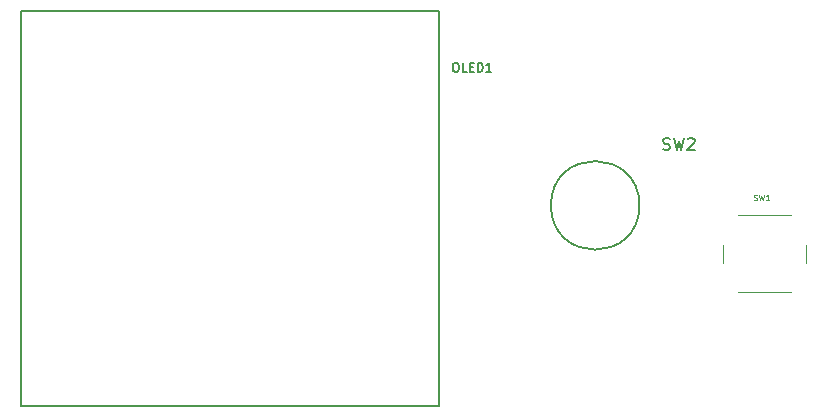
<source format=gbr>
%TF.GenerationSoftware,KiCad,Pcbnew,9.0.1*%
%TF.CreationDate,2025-04-18T19:30:08+12:00*%
%TF.ProjectId,Custom_V0_Display,43757374-6f6d-45f5-9630-5f446973706c,rev?*%
%TF.SameCoordinates,Original*%
%TF.FileFunction,Legend,Top*%
%TF.FilePolarity,Positive*%
%FSLAX46Y46*%
G04 Gerber Fmt 4.6, Leading zero omitted, Abs format (unit mm)*
G04 Created by KiCad (PCBNEW 9.0.1) date 2025-04-18 19:30:08*
%MOMM*%
%LPD*%
G01*
G04 APERTURE LIST*
%ADD10C,0.150000*%
%ADD11C,0.050000*%
%ADD12C,0.120000*%
G04 APERTURE END LIST*
D10*
X132553571Y-55089164D02*
X132696428Y-55089164D01*
X132696428Y-55089164D02*
X132767857Y-55124878D01*
X132767857Y-55124878D02*
X132839285Y-55196307D01*
X132839285Y-55196307D02*
X132875000Y-55339164D01*
X132875000Y-55339164D02*
X132875000Y-55589164D01*
X132875000Y-55589164D02*
X132839285Y-55732021D01*
X132839285Y-55732021D02*
X132767857Y-55803450D01*
X132767857Y-55803450D02*
X132696428Y-55839164D01*
X132696428Y-55839164D02*
X132553571Y-55839164D01*
X132553571Y-55839164D02*
X132482143Y-55803450D01*
X132482143Y-55803450D02*
X132410714Y-55732021D01*
X132410714Y-55732021D02*
X132375000Y-55589164D01*
X132375000Y-55589164D02*
X132375000Y-55339164D01*
X132375000Y-55339164D02*
X132410714Y-55196307D01*
X132410714Y-55196307D02*
X132482143Y-55124878D01*
X132482143Y-55124878D02*
X132553571Y-55089164D01*
X133553571Y-55839164D02*
X133196428Y-55839164D01*
X133196428Y-55839164D02*
X133196428Y-55089164D01*
X133803571Y-55446307D02*
X134053571Y-55446307D01*
X134160714Y-55839164D02*
X133803571Y-55839164D01*
X133803571Y-55839164D02*
X133803571Y-55089164D01*
X133803571Y-55089164D02*
X134160714Y-55089164D01*
X134482142Y-55839164D02*
X134482142Y-55089164D01*
X134482142Y-55089164D02*
X134660713Y-55089164D01*
X134660713Y-55089164D02*
X134767856Y-55124878D01*
X134767856Y-55124878D02*
X134839285Y-55196307D01*
X134839285Y-55196307D02*
X134874999Y-55267735D01*
X134874999Y-55267735D02*
X134910713Y-55410592D01*
X134910713Y-55410592D02*
X134910713Y-55517735D01*
X134910713Y-55517735D02*
X134874999Y-55660592D01*
X134874999Y-55660592D02*
X134839285Y-55732021D01*
X134839285Y-55732021D02*
X134767856Y-55803450D01*
X134767856Y-55803450D02*
X134660713Y-55839164D01*
X134660713Y-55839164D02*
X134482142Y-55839164D01*
X135624999Y-55839164D02*
X135196428Y-55839164D01*
X135410713Y-55839164D02*
X135410713Y-55089164D01*
X135410713Y-55089164D02*
X135339285Y-55196307D01*
X135339285Y-55196307D02*
X135267856Y-55267735D01*
X135267856Y-55267735D02*
X135196428Y-55303450D01*
D11*
X157833334Y-66704900D02*
X157904762Y-66728709D01*
X157904762Y-66728709D02*
X158023810Y-66728709D01*
X158023810Y-66728709D02*
X158071429Y-66704900D01*
X158071429Y-66704900D02*
X158095238Y-66681090D01*
X158095238Y-66681090D02*
X158119048Y-66633471D01*
X158119048Y-66633471D02*
X158119048Y-66585852D01*
X158119048Y-66585852D02*
X158095238Y-66538233D01*
X158095238Y-66538233D02*
X158071429Y-66514423D01*
X158071429Y-66514423D02*
X158023810Y-66490614D01*
X158023810Y-66490614D02*
X157928572Y-66466804D01*
X157928572Y-66466804D02*
X157880953Y-66442995D01*
X157880953Y-66442995D02*
X157857143Y-66419185D01*
X157857143Y-66419185D02*
X157833334Y-66371566D01*
X157833334Y-66371566D02*
X157833334Y-66323947D01*
X157833334Y-66323947D02*
X157857143Y-66276328D01*
X157857143Y-66276328D02*
X157880953Y-66252519D01*
X157880953Y-66252519D02*
X157928572Y-66228709D01*
X157928572Y-66228709D02*
X158047619Y-66228709D01*
X158047619Y-66228709D02*
X158119048Y-66252519D01*
X158285714Y-66228709D02*
X158404762Y-66728709D01*
X158404762Y-66728709D02*
X158500000Y-66371566D01*
X158500000Y-66371566D02*
X158595238Y-66728709D01*
X158595238Y-66728709D02*
X158714286Y-66228709D01*
X159166667Y-66728709D02*
X158880953Y-66728709D01*
X159023810Y-66728709D02*
X159023810Y-66228709D01*
X159023810Y-66228709D02*
X158976191Y-66300138D01*
X158976191Y-66300138D02*
X158928572Y-66347757D01*
X158928572Y-66347757D02*
X158880953Y-66371566D01*
D10*
X150166667Y-62407200D02*
X150309524Y-62454819D01*
X150309524Y-62454819D02*
X150547619Y-62454819D01*
X150547619Y-62454819D02*
X150642857Y-62407200D01*
X150642857Y-62407200D02*
X150690476Y-62359580D01*
X150690476Y-62359580D02*
X150738095Y-62264342D01*
X150738095Y-62264342D02*
X150738095Y-62169104D01*
X150738095Y-62169104D02*
X150690476Y-62073866D01*
X150690476Y-62073866D02*
X150642857Y-62026247D01*
X150642857Y-62026247D02*
X150547619Y-61978628D01*
X150547619Y-61978628D02*
X150357143Y-61931009D01*
X150357143Y-61931009D02*
X150261905Y-61883390D01*
X150261905Y-61883390D02*
X150214286Y-61835771D01*
X150214286Y-61835771D02*
X150166667Y-61740533D01*
X150166667Y-61740533D02*
X150166667Y-61645295D01*
X150166667Y-61645295D02*
X150214286Y-61550057D01*
X150214286Y-61550057D02*
X150261905Y-61502438D01*
X150261905Y-61502438D02*
X150357143Y-61454819D01*
X150357143Y-61454819D02*
X150595238Y-61454819D01*
X150595238Y-61454819D02*
X150738095Y-61502438D01*
X151071429Y-61454819D02*
X151309524Y-62454819D01*
X151309524Y-62454819D02*
X151500000Y-61740533D01*
X151500000Y-61740533D02*
X151690476Y-62454819D01*
X151690476Y-62454819D02*
X151928572Y-61454819D01*
X152261905Y-61550057D02*
X152309524Y-61502438D01*
X152309524Y-61502438D02*
X152404762Y-61454819D01*
X152404762Y-61454819D02*
X152642857Y-61454819D01*
X152642857Y-61454819D02*
X152738095Y-61502438D01*
X152738095Y-61502438D02*
X152785714Y-61550057D01*
X152785714Y-61550057D02*
X152833333Y-61645295D01*
X152833333Y-61645295D02*
X152833333Y-61740533D01*
X152833333Y-61740533D02*
X152785714Y-61883390D01*
X152785714Y-61883390D02*
X152214286Y-62454819D01*
X152214286Y-62454819D02*
X152833333Y-62454819D01*
%TO.C,OLED1*%
X95770000Y-50650000D02*
X95770000Y-84150000D01*
X95770000Y-50650000D02*
X131170000Y-50650000D01*
X95770000Y-84150000D02*
X131170000Y-84150000D01*
X131170000Y-50650000D02*
X131170000Y-84150000D01*
D12*
%TO.C,SW1*%
X155250000Y-70500000D02*
X155250000Y-72000000D01*
X156500000Y-74500000D02*
X161000000Y-74500000D01*
X161000000Y-68000000D02*
X156500000Y-68000000D01*
X162250000Y-72000000D02*
X162250000Y-70500000D01*
D10*
%TO.C,SW2*%
X148170000Y-67150000D02*
G75*
G02*
X140670000Y-67150000I-3750000J0D01*
G01*
X140670000Y-67150000D02*
G75*
G02*
X148170000Y-67150000I3750000J0D01*
G01*
%TD*%
M02*

</source>
